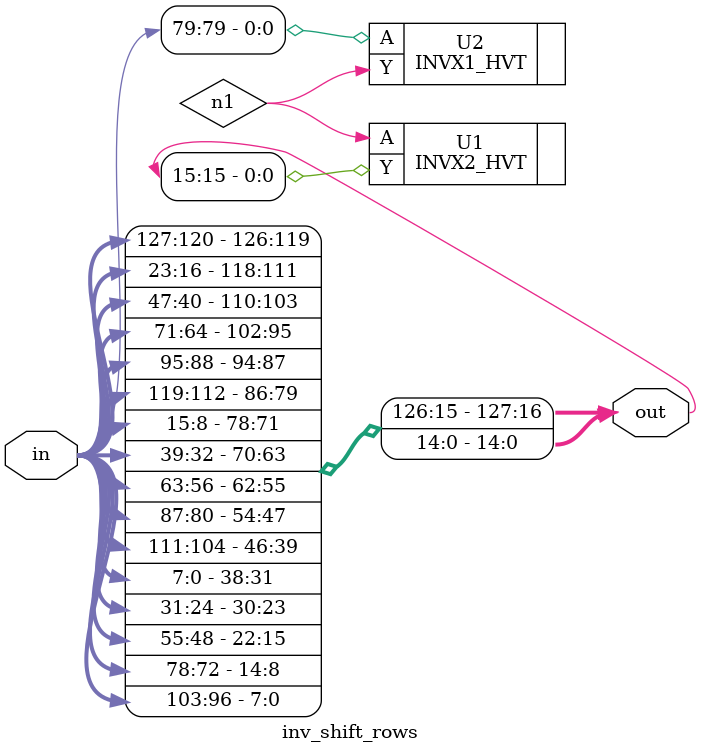
<source format=v>

module inv_shift_rows ( in, out );
  input [127:0] in;
  output [127:0] out;
  wire   n1;
  assign out[127] = in[127];
  assign out[126] = in[126];
  assign out[125] = in[125];
  assign out[124] = in[124];
  assign out[123] = in[123];
  assign out[122] = in[122];
  assign out[121] = in[121];
  assign out[120] = in[120];
  assign out[119] = in[23];
  assign out[118] = in[22];
  assign out[117] = in[21];
  assign out[116] = in[20];
  assign out[115] = in[19];
  assign out[114] = in[18];
  assign out[113] = in[17];
  assign out[112] = in[16];
  assign out[111] = in[47];
  assign out[110] = in[46];
  assign out[109] = in[45];
  assign out[108] = in[44];
  assign out[107] = in[43];
  assign out[106] = in[42];
  assign out[105] = in[41];
  assign out[104] = in[40];
  assign out[103] = in[71];
  assign out[102] = in[70];
  assign out[101] = in[69];
  assign out[100] = in[68];
  assign out[99] = in[67];
  assign out[98] = in[66];
  assign out[97] = in[65];
  assign out[96] = in[64];
  assign out[95] = in[95];
  assign out[94] = in[94];
  assign out[93] = in[93];
  assign out[92] = in[92];
  assign out[91] = in[91];
  assign out[90] = in[90];
  assign out[89] = in[89];
  assign out[88] = in[88];
  assign out[87] = in[119];
  assign out[86] = in[118];
  assign out[85] = in[117];
  assign out[84] = in[116];
  assign out[83] = in[115];
  assign out[82] = in[114];
  assign out[81] = in[113];
  assign out[80] = in[112];
  assign out[79] = in[15];
  assign out[78] = in[14];
  assign out[77] = in[13];
  assign out[76] = in[12];
  assign out[75] = in[11];
  assign out[74] = in[10];
  assign out[73] = in[9];
  assign out[72] = in[8];
  assign out[71] = in[39];
  assign out[70] = in[38];
  assign out[69] = in[37];
  assign out[68] = in[36];
  assign out[67] = in[35];
  assign out[66] = in[34];
  assign out[65] = in[33];
  assign out[64] = in[32];
  assign out[63] = in[63];
  assign out[62] = in[62];
  assign out[61] = in[61];
  assign out[60] = in[60];
  assign out[59] = in[59];
  assign out[58] = in[58];
  assign out[57] = in[57];
  assign out[56] = in[56];
  assign out[55] = in[87];
  assign out[54] = in[86];
  assign out[53] = in[85];
  assign out[52] = in[84];
  assign out[51] = in[83];
  assign out[50] = in[82];
  assign out[49] = in[81];
  assign out[48] = in[80];
  assign out[47] = in[111];
  assign out[46] = in[110];
  assign out[45] = in[109];
  assign out[44] = in[108];
  assign out[43] = in[107];
  assign out[42] = in[106];
  assign out[41] = in[105];
  assign out[40] = in[104];
  assign out[39] = in[7];
  assign out[38] = in[6];
  assign out[37] = in[5];
  assign out[36] = in[4];
  assign out[35] = in[3];
  assign out[34] = in[2];
  assign out[33] = in[1];
  assign out[32] = in[0];
  assign out[31] = in[31];
  assign out[30] = in[30];
  assign out[29] = in[29];
  assign out[28] = in[28];
  assign out[27] = in[27];
  assign out[26] = in[26];
  assign out[25] = in[25];
  assign out[24] = in[24];
  assign out[23] = in[55];
  assign out[22] = in[54];
  assign out[21] = in[53];
  assign out[20] = in[52];
  assign out[19] = in[51];
  assign out[18] = in[50];
  assign out[17] = in[49];
  assign out[16] = in[48];
  assign out[14] = in[78];
  assign out[13] = in[77];
  assign out[12] = in[76];
  assign out[11] = in[75];
  assign out[10] = in[74];
  assign out[9] = in[73];
  assign out[8] = in[72];
  assign out[7] = in[103];
  assign out[6] = in[102];
  assign out[5] = in[101];
  assign out[4] = in[100];
  assign out[3] = in[99];
  assign out[2] = in[98];
  assign out[1] = in[97];
  assign out[0] = in[96];

  INVX2_HVT U1 ( .A(n1), .Y(out[15]) );
  INVX1_HVT U2 ( .A(in[79]), .Y(n1) );
endmodule


</source>
